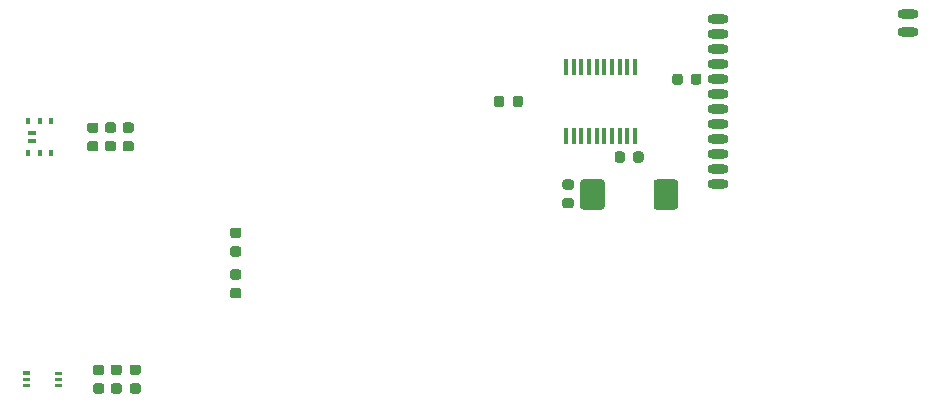
<source format=gbr>
G04 #@! TF.GenerationSoftware,KiCad,Pcbnew,5.1.8-db9833491~87~ubuntu20.04.1*
G04 #@! TF.CreationDate,2020-11-19T10:24:25+01:00*
G04 #@! TF.ProjectId,malory,6d616c6f-7279-42e6-9b69-6361645f7063,v1.0*
G04 #@! TF.SameCoordinates,Original*
G04 #@! TF.FileFunction,Paste,Top*
G04 #@! TF.FilePolarity,Positive*
%FSLAX46Y46*%
G04 Gerber Fmt 4.6, Leading zero omitted, Abs format (unit mm)*
G04 Created by KiCad (PCBNEW 5.1.8-db9833491~87~ubuntu20.04.1) date 2020-11-19 10:24:25*
%MOMM*%
%LPD*%
G01*
G04 APERTURE LIST*
%ADD10R,0.450000X1.450000*%
%ADD11O,1.800000X0.800000*%
%ADD12R,0.450000X0.630000*%
%ADD13R,0.780000X0.390000*%
%ADD14C,0.100000*%
G04 APERTURE END LIST*
G36*
G01*
X160070000Y-95845000D02*
X160070000Y-97895000D01*
G75*
G02*
X159820000Y-98145000I-250000J0D01*
G01*
X158245000Y-98145000D01*
G75*
G02*
X157995000Y-97895000I0J250000D01*
G01*
X157995000Y-95845000D01*
G75*
G02*
X158245000Y-95595000I250000J0D01*
G01*
X159820000Y-95595000D01*
G75*
G02*
X160070000Y-95845000I0J-250000D01*
G01*
G37*
G36*
G01*
X153845000Y-95845000D02*
X153845000Y-97895000D01*
G75*
G02*
X153595000Y-98145000I-250000J0D01*
G01*
X152020000Y-98145000D01*
G75*
G02*
X151770000Y-97895000I0J250000D01*
G01*
X151770000Y-95845000D01*
G75*
G02*
X152020000Y-95595000I250000J0D01*
G01*
X153595000Y-95595000D01*
G75*
G02*
X153845000Y-95845000I0J-250000D01*
G01*
G37*
G36*
G01*
X113843750Y-112850000D02*
X114356250Y-112850000D01*
G75*
G02*
X114575000Y-113068750I0J-218750D01*
G01*
X114575000Y-113506250D01*
G75*
G02*
X114356250Y-113725000I-218750J0D01*
G01*
X113843750Y-113725000D01*
G75*
G02*
X113625000Y-113506250I0J218750D01*
G01*
X113625000Y-113068750D01*
G75*
G02*
X113843750Y-112850000I218750J0D01*
G01*
G37*
G36*
G01*
X113843750Y-111275000D02*
X114356250Y-111275000D01*
G75*
G02*
X114575000Y-111493750I0J-218750D01*
G01*
X114575000Y-111931250D01*
G75*
G02*
X114356250Y-112150000I-218750J0D01*
G01*
X113843750Y-112150000D01*
G75*
G02*
X113625000Y-111931250I0J218750D01*
G01*
X113625000Y-111493750D01*
G75*
G02*
X113843750Y-111275000I218750J0D01*
G01*
G37*
D10*
X150575000Y-91950000D03*
X151225000Y-91950000D03*
X151875000Y-91950000D03*
X152525000Y-91950000D03*
X153175000Y-91950000D03*
X153825000Y-91950000D03*
X154475000Y-91950000D03*
X155125000Y-91950000D03*
X155775000Y-91950000D03*
X156425000Y-91950000D03*
X156425000Y-86050000D03*
X155775000Y-86050000D03*
X155125000Y-86050000D03*
X154475000Y-86050000D03*
X153825000Y-86050000D03*
X153175000Y-86050000D03*
X152525000Y-86050000D03*
X151875000Y-86050000D03*
X151225000Y-86050000D03*
X150575000Y-86050000D03*
G36*
G01*
X154687500Y-93956250D02*
X154687500Y-93443750D01*
G75*
G02*
X154906250Y-93225000I218750J0D01*
G01*
X155343750Y-93225000D01*
G75*
G02*
X155562500Y-93443750I0J-218750D01*
G01*
X155562500Y-93956250D01*
G75*
G02*
X155343750Y-94175000I-218750J0D01*
G01*
X154906250Y-94175000D01*
G75*
G02*
X154687500Y-93956250I0J218750D01*
G01*
G37*
G36*
G01*
X156262500Y-93956250D02*
X156262500Y-93443750D01*
G75*
G02*
X156481250Y-93225000I218750J0D01*
G01*
X156918750Y-93225000D01*
G75*
G02*
X157137500Y-93443750I0J-218750D01*
G01*
X157137500Y-93956250D01*
G75*
G02*
X156918750Y-94175000I-218750J0D01*
G01*
X156481250Y-94175000D01*
G75*
G02*
X156262500Y-93956250I0J218750D01*
G01*
G37*
G36*
G01*
X160450000Y-86843750D02*
X160450000Y-87356250D01*
G75*
G02*
X160231250Y-87575000I-218750J0D01*
G01*
X159793750Y-87575000D01*
G75*
G02*
X159575000Y-87356250I0J218750D01*
G01*
X159575000Y-86843750D01*
G75*
G02*
X159793750Y-86625000I218750J0D01*
G01*
X160231250Y-86625000D01*
G75*
G02*
X160450000Y-86843750I0J-218750D01*
G01*
G37*
G36*
G01*
X162025000Y-86843750D02*
X162025000Y-87356250D01*
G75*
G02*
X161806250Y-87575000I-218750J0D01*
G01*
X161368750Y-87575000D01*
G75*
G02*
X161150000Y-87356250I0J218750D01*
G01*
X161150000Y-86843750D01*
G75*
G02*
X161368750Y-86625000I218750J0D01*
G01*
X161806250Y-86625000D01*
G75*
G02*
X162025000Y-86843750I0J-218750D01*
G01*
G37*
G36*
G01*
X110756250Y-93225000D02*
X110243750Y-93225000D01*
G75*
G02*
X110025000Y-93006250I0J218750D01*
G01*
X110025000Y-92568750D01*
G75*
G02*
X110243750Y-92350000I218750J0D01*
G01*
X110756250Y-92350000D01*
G75*
G02*
X110975000Y-92568750I0J-218750D01*
G01*
X110975000Y-93006250D01*
G75*
G02*
X110756250Y-93225000I-218750J0D01*
G01*
G37*
G36*
G01*
X110756250Y-91650000D02*
X110243750Y-91650000D01*
G75*
G02*
X110025000Y-91431250I0J218750D01*
G01*
X110025000Y-90993750D01*
G75*
G02*
X110243750Y-90775000I218750J0D01*
G01*
X110756250Y-90775000D01*
G75*
G02*
X110975000Y-90993750I0J-218750D01*
G01*
X110975000Y-91431250D01*
G75*
G02*
X110756250Y-91650000I-218750J0D01*
G01*
G37*
G36*
G01*
X111256250Y-113725000D02*
X110743750Y-113725000D01*
G75*
G02*
X110525000Y-113506250I0J218750D01*
G01*
X110525000Y-113068750D01*
G75*
G02*
X110743750Y-112850000I218750J0D01*
G01*
X111256250Y-112850000D01*
G75*
G02*
X111475000Y-113068750I0J-218750D01*
G01*
X111475000Y-113506250D01*
G75*
G02*
X111256250Y-113725000I-218750J0D01*
G01*
G37*
G36*
G01*
X111256250Y-112150000D02*
X110743750Y-112150000D01*
G75*
G02*
X110525000Y-111931250I0J218750D01*
G01*
X110525000Y-111493750D01*
G75*
G02*
X110743750Y-111275000I218750J0D01*
G01*
X111256250Y-111275000D01*
G75*
G02*
X111475000Y-111493750I0J-218750D01*
G01*
X111475000Y-111931250D01*
G75*
G02*
X111256250Y-112150000I-218750J0D01*
G01*
G37*
G36*
G01*
X122353750Y-103205000D02*
X122866250Y-103205000D01*
G75*
G02*
X123085000Y-103423750I0J-218750D01*
G01*
X123085000Y-103861250D01*
G75*
G02*
X122866250Y-104080000I-218750J0D01*
G01*
X122353750Y-104080000D01*
G75*
G02*
X122135000Y-103861250I0J218750D01*
G01*
X122135000Y-103423750D01*
G75*
G02*
X122353750Y-103205000I218750J0D01*
G01*
G37*
G36*
G01*
X122353750Y-104780000D02*
X122866250Y-104780000D01*
G75*
G02*
X123085000Y-104998750I0J-218750D01*
G01*
X123085000Y-105436250D01*
G75*
G02*
X122866250Y-105655000I-218750J0D01*
G01*
X122353750Y-105655000D01*
G75*
G02*
X122135000Y-105436250I0J218750D01*
G01*
X122135000Y-104998750D01*
G75*
G02*
X122353750Y-104780000I218750J0D01*
G01*
G37*
G36*
G01*
X122353750Y-101250000D02*
X122866250Y-101250000D01*
G75*
G02*
X123085000Y-101468750I0J-218750D01*
G01*
X123085000Y-101906250D01*
G75*
G02*
X122866250Y-102125000I-218750J0D01*
G01*
X122353750Y-102125000D01*
G75*
G02*
X122135000Y-101906250I0J218750D01*
G01*
X122135000Y-101468750D01*
G75*
G02*
X122353750Y-101250000I218750J0D01*
G01*
G37*
G36*
G01*
X122353750Y-99675000D02*
X122866250Y-99675000D01*
G75*
G02*
X123085000Y-99893750I0J-218750D01*
G01*
X123085000Y-100331250D01*
G75*
G02*
X122866250Y-100550000I-218750J0D01*
G01*
X122353750Y-100550000D01*
G75*
G02*
X122135000Y-100331250I0J218750D01*
G01*
X122135000Y-99893750D01*
G75*
G02*
X122353750Y-99675000I218750J0D01*
G01*
G37*
G36*
G01*
X112756250Y-113725000D02*
X112243750Y-113725000D01*
G75*
G02*
X112025000Y-113506250I0J218750D01*
G01*
X112025000Y-113068750D01*
G75*
G02*
X112243750Y-112850000I218750J0D01*
G01*
X112756250Y-112850000D01*
G75*
G02*
X112975000Y-113068750I0J-218750D01*
G01*
X112975000Y-113506250D01*
G75*
G02*
X112756250Y-113725000I-218750J0D01*
G01*
G37*
G36*
G01*
X112756250Y-112150000D02*
X112243750Y-112150000D01*
G75*
G02*
X112025000Y-111931250I0J218750D01*
G01*
X112025000Y-111493750D01*
G75*
G02*
X112243750Y-111275000I218750J0D01*
G01*
X112756250Y-111275000D01*
G75*
G02*
X112975000Y-111493750I0J-218750D01*
G01*
X112975000Y-111931250D01*
G75*
G02*
X112756250Y-112150000I-218750J0D01*
G01*
G37*
G36*
G01*
X112261251Y-93219999D02*
X111748751Y-93219999D01*
G75*
G02*
X111530001Y-93001249I0J218750D01*
G01*
X111530001Y-92563749D01*
G75*
G02*
X111748751Y-92344999I218750J0D01*
G01*
X112261251Y-92344999D01*
G75*
G02*
X112480001Y-92563749I0J-218750D01*
G01*
X112480001Y-93001249D01*
G75*
G02*
X112261251Y-93219999I-218750J0D01*
G01*
G37*
G36*
G01*
X112261251Y-91644999D02*
X111748751Y-91644999D01*
G75*
G02*
X111530001Y-91426249I0J218750D01*
G01*
X111530001Y-90988749D01*
G75*
G02*
X111748751Y-90769999I218750J0D01*
G01*
X112261251Y-90769999D01*
G75*
G02*
X112480001Y-90988749I0J-218750D01*
G01*
X112480001Y-91426249D01*
G75*
G02*
X112261251Y-91644999I-218750J0D01*
G01*
G37*
G36*
G01*
X113771251Y-91644999D02*
X113258751Y-91644999D01*
G75*
G02*
X113040001Y-91426249I0J218750D01*
G01*
X113040001Y-90988749D01*
G75*
G02*
X113258751Y-90769999I218750J0D01*
G01*
X113771251Y-90769999D01*
G75*
G02*
X113990001Y-90988749I0J-218750D01*
G01*
X113990001Y-91426249D01*
G75*
G02*
X113771251Y-91644999I-218750J0D01*
G01*
G37*
G36*
G01*
X113771251Y-93219999D02*
X113258751Y-93219999D01*
G75*
G02*
X113040001Y-93001249I0J218750D01*
G01*
X113040001Y-92563749D01*
G75*
G02*
X113258751Y-92344999I218750J0D01*
G01*
X113771251Y-92344999D01*
G75*
G02*
X113990001Y-92563749I0J-218750D01*
G01*
X113990001Y-93001249D01*
G75*
G02*
X113771251Y-93219999I-218750J0D01*
G01*
G37*
G36*
G01*
X151006250Y-98035000D02*
X150493750Y-98035000D01*
G75*
G02*
X150275000Y-97816250I0J218750D01*
G01*
X150275000Y-97378750D01*
G75*
G02*
X150493750Y-97160000I218750J0D01*
G01*
X151006250Y-97160000D01*
G75*
G02*
X151225000Y-97378750I0J-218750D01*
G01*
X151225000Y-97816250D01*
G75*
G02*
X151006250Y-98035000I-218750J0D01*
G01*
G37*
G36*
G01*
X151006250Y-96460000D02*
X150493750Y-96460000D01*
G75*
G02*
X150275000Y-96241250I0J218750D01*
G01*
X150275000Y-95803750D01*
G75*
G02*
X150493750Y-95585000I218750J0D01*
G01*
X151006250Y-95585000D01*
G75*
G02*
X151225000Y-95803750I0J-218750D01*
G01*
X151225000Y-96241250D01*
G75*
G02*
X151006250Y-96460000I-218750J0D01*
G01*
G37*
G36*
G01*
X146925000Y-88733750D02*
X146925000Y-89246250D01*
G75*
G02*
X146706250Y-89465000I-218750J0D01*
G01*
X146268750Y-89465000D01*
G75*
G02*
X146050000Y-89246250I0J218750D01*
G01*
X146050000Y-88733750D01*
G75*
G02*
X146268750Y-88515000I218750J0D01*
G01*
X146706250Y-88515000D01*
G75*
G02*
X146925000Y-88733750I0J-218750D01*
G01*
G37*
G36*
G01*
X145350000Y-88733750D02*
X145350000Y-89246250D01*
G75*
G02*
X145131250Y-89465000I-218750J0D01*
G01*
X144693750Y-89465000D01*
G75*
G02*
X144475000Y-89246250I0J218750D01*
G01*
X144475000Y-88733750D01*
G75*
G02*
X144693750Y-88515000I218750J0D01*
G01*
X145131250Y-88515000D01*
G75*
G02*
X145350000Y-88733750I0J-218750D01*
G01*
G37*
D11*
X179550000Y-83110000D03*
X179550000Y-81610000D03*
X163450000Y-95985000D03*
X163450000Y-94715000D03*
X163450000Y-93445000D03*
X163450000Y-92175000D03*
X163450000Y-90905000D03*
X163450000Y-89635000D03*
X163450000Y-88365000D03*
X163450000Y-87095000D03*
X163450000Y-85825000D03*
X163450000Y-84555000D03*
X163450000Y-83285000D03*
X163450000Y-82015000D03*
D12*
X106950000Y-90660000D03*
X106000000Y-90660000D03*
X105050000Y-90660000D03*
X105050000Y-93340000D03*
X106000000Y-93340000D03*
X106950000Y-93340000D03*
D13*
X105350000Y-92325000D03*
X105350000Y-92325000D03*
X105350000Y-91675000D03*
X105350000Y-91675000D03*
D14*
G36*
X107350000Y-113125000D02*
G01*
X107350000Y-112875000D01*
X107900000Y-112875000D01*
X107900000Y-113125000D01*
X107350000Y-113125000D01*
G37*
G36*
X104600000Y-113125000D02*
G01*
X104600000Y-112875000D01*
X105150000Y-112875000D01*
X105150000Y-113125000D01*
X104600000Y-113125000D01*
G37*
G36*
X107350000Y-112625000D02*
G01*
X107350000Y-112375000D01*
X107900000Y-112375000D01*
X107900000Y-112625000D01*
X107350000Y-112625000D01*
G37*
G36*
X104600000Y-112625000D02*
G01*
X104600000Y-112375000D01*
X105150000Y-112375000D01*
X105150000Y-112625000D01*
X104600000Y-112625000D01*
G37*
G36*
X107350000Y-112125000D02*
G01*
X107350000Y-111875000D01*
X107900000Y-111875000D01*
X107900000Y-112125000D01*
X107350000Y-112125000D01*
G37*
G36*
X104600000Y-112150000D02*
G01*
X104600000Y-111850000D01*
X105150000Y-111850000D01*
X105150000Y-112150000D01*
X104600000Y-112150000D01*
G37*
M02*

</source>
